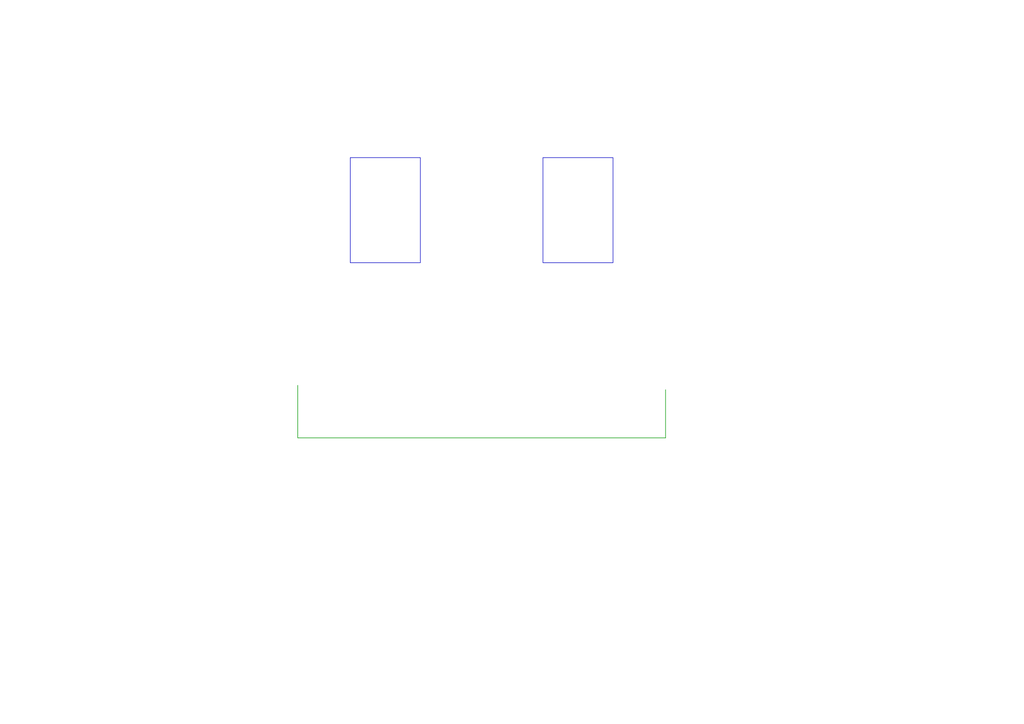
<source format=kicad_sch>
(kicad_sch
	(version 20231120)
	(generator "eeschema")
	(generator_version "8.0")
	(uuid "300a6ebf-fad2-4b5f-baae-58b2a798e89c")
	(paper "A4")
	(lib_symbols)
	(wire
		(pts
			(xy 86.36 127) (xy 193.04 127)
		)
		(stroke
			(width 0)
			(type default)
		)
		(uuid "4babe284-a69c-49ee-b045-6bd4c6f46ed8")
	)
	(wire
		(pts
			(xy 193.04 113.03) (xy 193.04 127)
		)
		(stroke
			(width 0)
			(type default)
		)
		(uuid "5bed974c-341a-4a85-8955-c6446b0b8b20")
	)
	(wire
		(pts
			(xy 86.36 111.76) (xy 86.36 127)
		)
		(stroke
			(width 0)
			(type default)
		)
		(uuid "916e5151-a127-43bb-902c-b9c213501a1f")
	)
	(rectangle
		(start 157.48 45.72)
		(end 177.8 76.2)
		(stroke
			(width 0)
			(type default)
		)
		(fill
			(type none)
		)
		(uuid 167f2463-de2f-4698-9509-6b6aa88d595c)
	)
	(rectangle
		(start 101.6 45.72)
		(end 121.92 76.2)
		(stroke
			(width 0)
			(type default)
		)
		(fill
			(type none)
		)
		(uuid fca7bf6b-ee81-4290-8edc-05218a62f637)
	)
	(sheet_instances
		(path "/"
			(page "1")
		)
	)
)

</source>
